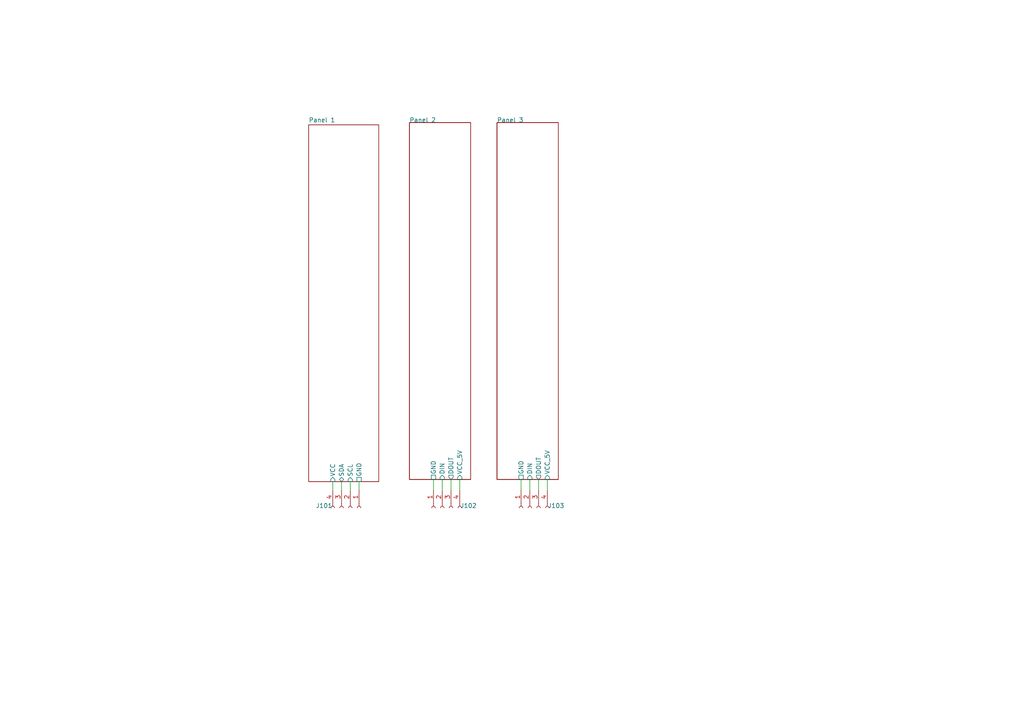
<source format=kicad_sch>
(kicad_sch (version 20211123) (generator eeschema)
  (paper "A4")
  (lib_symbols
    (symbol "Connector:Conn_01x04_Female" (pin_names (offset 1.016) hide)
      (property "Reference" "J" (at 0 5.08 0))
      (property "Value" "Conn_01x04_Female" (at 0 -7.62 0))
      (symbol "Conn_01x04_Female_1_1"
        (arc (start 0 -4.572) (mid -0.508 -5.08) (end 0 -5.588) (stroke (width 0.1524)))
        (arc (start 0 -2.032) (mid -0.508 -2.54) (end 0 -3.048) (stroke (width 0.1524)))
        (polyline (pts (xy -1.27 -5.08) (xy -0.508 -5.08)) (stroke (width 0.1524)))
        (polyline (pts (xy -1.27 -2.54) (xy -0.508 -2.54)) (stroke (width 0.1524)))
        (polyline (pts (xy -1.27 0) (xy -0.508 0)) (stroke (width 0.1524)))
        (polyline (pts (xy -1.27 2.54) (xy -0.508 2.54)) (stroke (width 0.1524)))
        (arc (start 0 0.508) (mid -0.508 0) (end 0 -0.508) (stroke (width 0.1524)))
        (arc (start 0 3.048) (mid -0.508 2.54) (end 0 2.032) (stroke (width 0.1524)))
        (pin passive line (at -5.08 2.54 0) (length 3.81) (name "Pin_1") (number "1"))
        (pin passive line (at -5.08 0 0) (length 3.81) (name "Pin_2") (number "2"))
        (pin passive line (at -5.08 -2.54 0) (length 3.81) (name "Pin_3") (number "3"))
        (pin passive line (at -5.08 -5.08 0) (length 3.81) (name "Pin_4") (number "4"))
      )
    )
  )
  (wire (pts (xy 101.6 142.24) (xy 101.6 139.7)))
  (wire (pts (xy 128.27 139.065) (xy 128.27 142.24)))
  (wire (pts (xy 158.75 142.24) (xy 158.75 139.065)))
  (wire (pts (xy 104.14 142.24) (xy 104.14 139.7)))
  (wire (pts (xy 153.67 139.065) (xy 153.67 142.24)))
  (wire (pts (xy 130.81 142.24) (xy 130.81 139.065)))
  (wire (pts (xy 99.06 142.24) (xy 99.06 139.7)))
  (wire (pts (xy 96.52 142.24) (xy 96.52 139.7)))
  (wire (pts (xy 125.73 142.24) (xy 125.73 139.065)))
  (wire (pts (xy 133.35 142.24) (xy 133.35 139.065)))
  (wire (pts (xy 151.13 142.24) (xy 151.13 139.065)))
  (wire (pts (xy 156.21 139.065) (xy 156.21 142.24)))
  (symbol (lib_id "Connector:Conn_01x04_Female") (at 101.6 147.32 270) (unit 1) (in_bom no)
    (property "Reference" "J101" (at 93.98 146.685 90))
    (property "Value" "Land patern" (effects hide))
    (property "Footprint" "CanSat:Land-pattern" (effects hide))
  )
  (symbol (lib_id "Connector:Conn_01x04_Female") (at 153.67 147.32 90) (mirror x) (unit 1) (in_bom no)
    (property "Reference" "J103" (at 161.29 146.685 90))
    (property "Value" "Land patern" (effects hide))
    (property "Footprint" "CanSat:Land-pattern" (effects hide))
  )
  (symbol (lib_id "Connector:Conn_01x04_Female") (at 128.27 147.32 90) (mirror x) (unit 1) (in_bom no)
    (property "Reference" "J102" (at 135.89 146.685 90))
    (property "Value" "Land patern" (effects hide))
    (property "Footprint" "CanSat:Land-pattern" (effects hide))
  )
  (sheet (at 118.745 35.56) (size 17.78 103.505) (stroke (width 0.1524))
    (property "Sheet name" "Panel 2" (at 118.745 35.56 0) (effects (justify left bottom)))
    (property "Sheet file" "panel_4.kicad_sch" (effects hide))
    (pin "GND" passive (at 125.73 139.065 270))
    (pin "DIN" input (at 128.27 139.065 270))
    (pin "VCC_5V" input (at 133.35 139.065 270))
    (pin "DOUT" output (at 130.81 139.065 270))
  )
  (sheet (at 144.145 35.56) (size 17.78 103.505) (stroke (width 0.1524))
    (property "Sheet name" "Panel 3" (at 144.145 35.56 0) (effects (justify left bottom)))
    (property "Sheet file" "panel_4.kicad_sch" (effects hide))
    (pin "GND" passive (at 151.13 139.065 270))
    (pin "DIN" input (at 153.67 139.065 270))
    (pin "VCC_5V" input (at 158.75 139.065 270))
    (pin "DOUT" output (at 156.21 139.065 270))
  )
  (sheet (at 89.535 36.195) (size 20.32 103.505) (stroke (width 0.1524))
    (property "Sheet name" "Panel 1" (at 89.535 35.56 0) (effects (justify left bottom)))
    (property "Sheet file" "panel_1.kicad_sch" (effects hide))
    (pin "VCC" input (at 96.52 139.7 270))
    (pin "GND" passive (at 104.14 139.7 270))
    (pin "SDA" bidirectional (at 99.06 139.7 270))
    (pin "SCL" input (at 101.6 139.7 270))
  )
)
</source>
